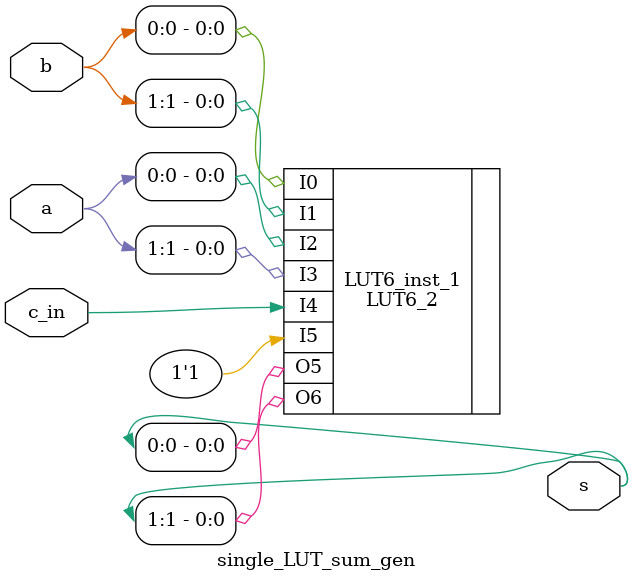
<source format=v>
`timescale 1ns / 1ps
module single_LUT_sum_gen(a,b,c_in,s);

input [1:0] a,b;
input c_in;
output [1:0] s;


LUT6_2 #(
.INIT(64'hC936936CA5A55A5A) // Specify LUT Contents
) LUT6_inst_1 (
.O6(s[1]), // LUT general output
.O5(s[0]),
.I0(b[0]), // LUT input
.I1(b[1]), // LUT input
.I2(a[0]), // LUT input
.I3(a[1]), // LUT input
.I4(c_in), // LUT input
.I5(1'd1) // LUT input
);






endmodule
</source>
